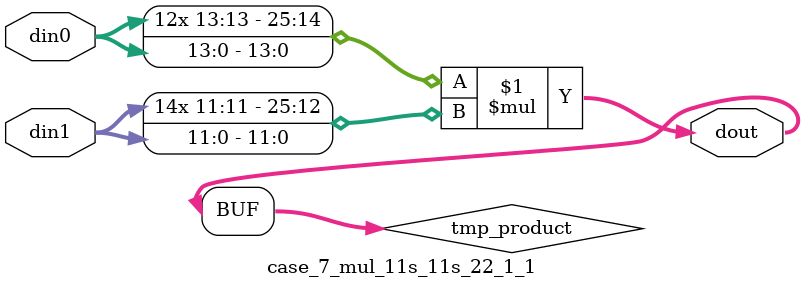
<source format=v>

`timescale 1 ns / 1 ps

 (* use_dsp = "no" *)  module case_7_mul_11s_11s_22_1_1(din0, din1, dout);
parameter ID = 1;
parameter NUM_STAGE = 0;
parameter din0_WIDTH = 14;
parameter din1_WIDTH = 12;
parameter dout_WIDTH = 26;

input [din0_WIDTH - 1 : 0] din0; 
input [din1_WIDTH - 1 : 0] din1; 
output [dout_WIDTH - 1 : 0] dout;

wire signed [dout_WIDTH - 1 : 0] tmp_product;



























assign tmp_product = $signed(din0) * $signed(din1);








assign dout = tmp_product;





















endmodule

</source>
